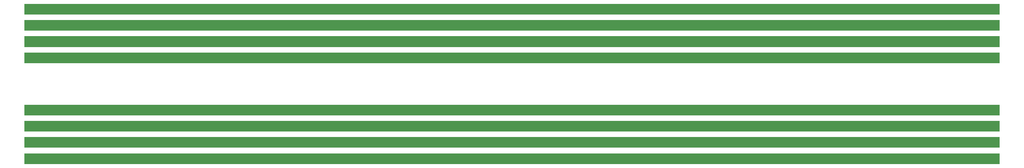
<source format=gts>
%FSLAX36Y36*%
%MOMM*%
%LPD*%
%ADD11C,0.00100*%
G54D11*
G36*
X-5000000Y6775000D02*
X-5000000Y4475000D01*
X205000000Y4475000D01*
X205000000Y6775000D01*
X-5000000Y6775000D02*
G37*
G54D11*
G36*
X-5000000Y10275000D02*
X-5000000Y7975000D01*
X205000000Y7975000D01*
X205000000Y10275000D01*
X-5000000Y10275000D02*
G37*
G54D11*
G36*
X-5000000Y13775000D02*
X-5000000Y11475000D01*
X205000000Y11475000D01*
X205000000Y13775000D01*
X-5000000Y13775000D02*
G37*
G54D11*
G36*
X-5000000Y17275000D02*
X-5000000Y14975000D01*
X205000000Y14975000D01*
X205000000Y17275000D01*
X-5000000Y17275000D02*
G37*
G54D11*
G36*
X-5000000Y-4475000D02*
X-5000000Y-6775000D01*
X205000000Y-6775000D01*
X205000000Y-4475000D01*
X-5000000Y-4475000D02*
G37*
G54D11*
G36*
X-5000000Y-7975000D02*
X-5000000Y-10275000D01*
X205000000Y-10275000D01*
X205000000Y-7975000D01*
X-5000000Y-7975000D02*
G37*
G54D11*
G36*
X-5000000Y-11475000D02*
X-5000000Y-13775000D01*
X205000000Y-13775000D01*
X205000000Y-11475000D01*
X-5000000Y-11475000D02*
G37*
G54D11*
G36*
X-5000000Y-14975000D02*
X-5000000Y-17275000D01*
X205000000Y-17275000D01*
X205000000Y-14975000D01*
X-5000000Y-14975000D02*
G37*
M02*

</source>
